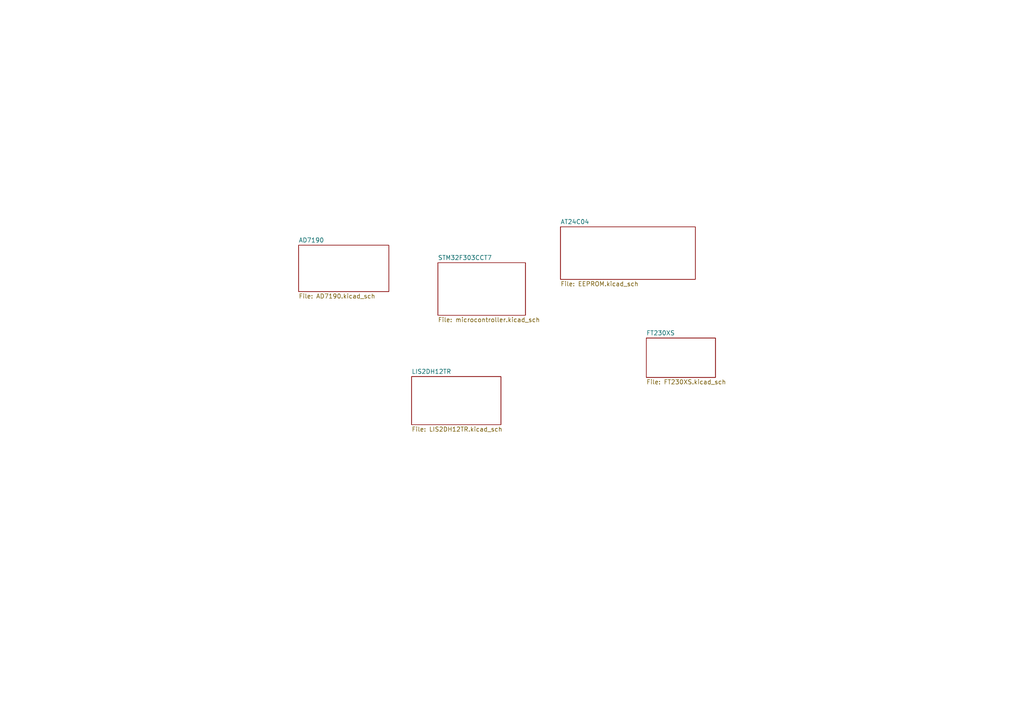
<source format=kicad_sch>
(kicad_sch
	(version 20231120)
	(generator "eeschema")
	(generator_version "8.0")
	(uuid "5fd124d5-f631-461d-96a1-dd77850b026f")
	(paper "A4")
	(title_block
		(title "Weight PCB")
		(date "2024-11-12")
		(rev "0.01")
		(company "Balanças Marques")
		(comment 3 "Ruben Figueiredo")
	)
	(lib_symbols)
	(sheet
		(at 86.614 71.12)
		(size 26.162 13.462)
		(fields_autoplaced yes)
		(stroke
			(width 0.1524)
			(type solid)
		)
		(fill
			(color 0 0 0 0.0000)
		)
		(uuid "1bbaf636-55e5-4b8a-96e8-09e0e59dc51d")
		(property "Sheetname" "AD7190"
			(at 86.614 70.4084 0)
			(effects
				(font
					(size 1.27 1.27)
				)
				(justify left bottom)
			)
		)
		(property "Sheetfile" "AD7190.kicad_sch"
			(at 86.614 85.1666 0)
			(effects
				(font
					(size 1.27 1.27)
				)
				(justify left top)
			)
		)
		(instances
			(project "WEIGHT_PCB"
				(path "/5fd124d5-f631-461d-96a1-dd77850b026f"
					(page "2")
				)
			)
		)
	)
	(sheet
		(at 127 76.2)
		(size 25.4 15.24)
		(fields_autoplaced yes)
		(stroke
			(width 0.1524)
			(type solid)
		)
		(fill
			(color 0 0 0 0.0000)
		)
		(uuid "3b857fd8-f88b-4275-a62b-b256e217c817")
		(property "Sheetname" "STM32F303CCT7"
			(at 127 75.4884 0)
			(effects
				(font
					(size 1.27 1.27)
				)
				(justify left bottom)
			)
		)
		(property "Sheetfile" "microcontroller.kicad_sch"
			(at 127 92.0246 0)
			(effects
				(font
					(size 1.27 1.27)
				)
				(justify left top)
			)
		)
		(instances
			(project "WEIGHT_PCB"
				(path "/5fd124d5-f631-461d-96a1-dd77850b026f"
					(page "3")
				)
			)
		)
	)
	(sheet
		(at 119.38 109.22)
		(size 25.908 13.97)
		(fields_autoplaced yes)
		(stroke
			(width 0.1524)
			(type solid)
		)
		(fill
			(color 0 0 0 0.0000)
		)
		(uuid "45873352-bc65-475d-9863-8a0332d84f81")
		(property "Sheetname" "LIS2DH12TR"
			(at 119.38 108.5084 0)
			(effects
				(font
					(size 1.27 1.27)
				)
				(justify left bottom)
			)
		)
		(property "Sheetfile" "LIS2DH12TR.kicad_sch"
			(at 119.38 123.7746 0)
			(effects
				(font
					(size 1.27 1.27)
				)
				(justify left top)
			)
		)
		(instances
			(project "WEIGHT_PCB"
				(path "/5fd124d5-f631-461d-96a1-dd77850b026f"
					(page "6")
				)
			)
		)
	)
	(sheet
		(at 187.452 98.044)
		(size 20.066 11.43)
		(fields_autoplaced yes)
		(stroke
			(width 0.1524)
			(type solid)
		)
		(fill
			(color 0 0 0 0.0000)
		)
		(uuid "46a8a2dc-aa8d-4d00-a6fe-bc40233decab")
		(property "Sheetname" "FT230XS"
			(at 187.452 97.3324 0)
			(effects
				(font
					(size 1.27 1.27)
				)
				(justify left bottom)
			)
		)
		(property "Sheetfile" "FT230XS.kicad_sch"
			(at 187.452 110.0586 0)
			(effects
				(font
					(size 1.27 1.27)
				)
				(justify left top)
			)
		)
		(instances
			(project "WEIGHT_PCB"
				(path "/5fd124d5-f631-461d-96a1-dd77850b026f"
					(page "5")
				)
			)
		)
	)
	(sheet
		(at 162.56 65.786)
		(size 39.116 15.24)
		(fields_autoplaced yes)
		(stroke
			(width 0.1524)
			(type solid)
		)
		(fill
			(color 0 0 0 0.0000)
		)
		(uuid "8eeca3c0-ba26-48f9-96e8-6d33db4880af")
		(property "Sheetname" "AT24C04"
			(at 162.56 65.0744 0)
			(effects
				(font
					(size 1.27 1.27)
				)
				(justify left bottom)
			)
		)
		(property "Sheetfile" "EEPROM.kicad_sch"
			(at 162.56 81.6106 0)
			(effects
				(font
					(size 1.27 1.27)
				)
				(justify left top)
			)
		)
		(instances
			(project "WEIGHT_PCB"
				(path "/5fd124d5-f631-461d-96a1-dd77850b026f"
					(page "4")
				)
			)
		)
	)
	(sheet_instances
		(path "/"
			(page "1")
		)
	)
)

</source>
